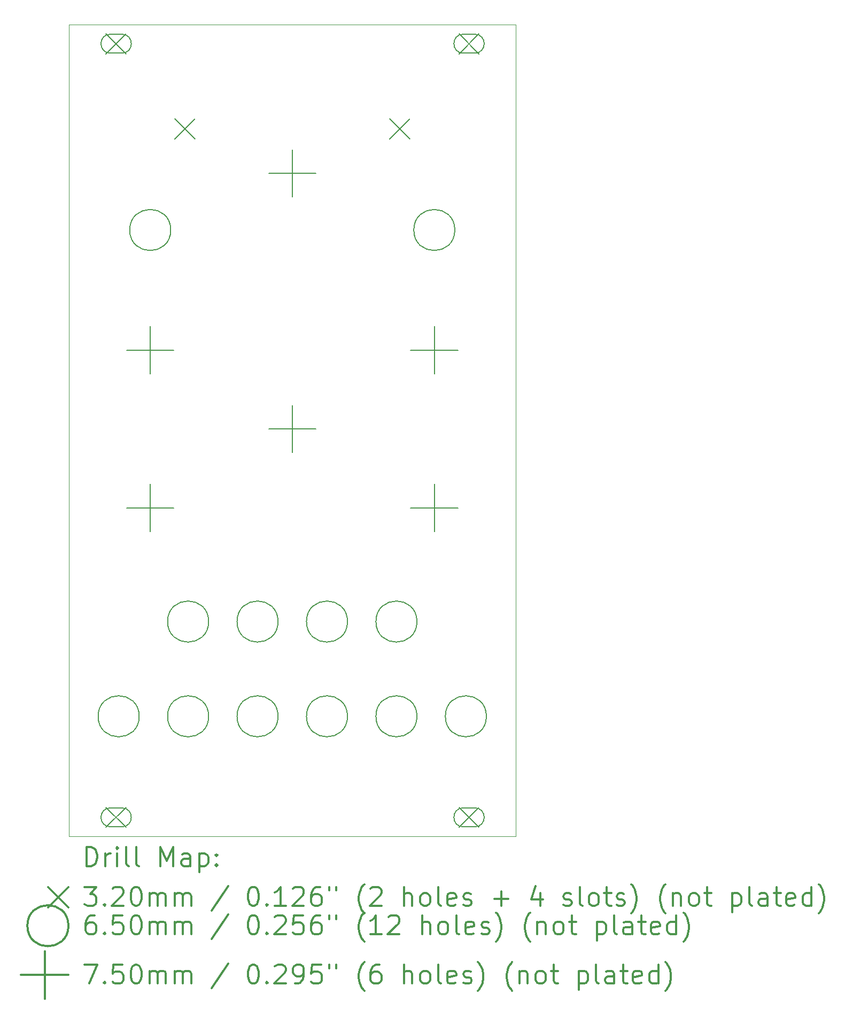
<source format=gbr>
%FSLAX45Y45*%
G04 Gerber Fmt 4.5, Leading zero omitted, Abs format (unit mm)*
G04 Created by KiCad (PCBNEW (5.0.0-rc2)) date Wed Jul  8 21:08:43 2020*
%MOMM*%
%LPD*%
G01*
G04 APERTURE LIST*
%ADD10C,0.120000*%
%ADD11C,0.200000*%
%ADD12C,0.300000*%
G04 APERTURE END LIST*
D10*
X0Y12850000D02*
X0Y0D01*
X7080000Y12850000D02*
X0Y12850000D01*
X7080000Y0D02*
X7080000Y12850000D01*
X0Y0D02*
X7080000Y0D01*
D11*
X590000Y12710000D02*
X910000Y12390000D01*
X910000Y12710000D02*
X590000Y12390000D01*
X660000Y12400000D02*
X840000Y12400000D01*
X660000Y12700000D02*
X840000Y12700000D01*
X840000Y12400000D02*
G75*
G03X840000Y12700000I0J150000D01*
G01*
X660000Y12700000D02*
G75*
G03X660000Y12400000I0J-150000D01*
G01*
X6180000Y460000D02*
X6500000Y140000D01*
X6500000Y460000D02*
X6180000Y140000D01*
X6250000Y150000D02*
X6430000Y150000D01*
X6250000Y450000D02*
X6430000Y450000D01*
X6430000Y150000D02*
G75*
G03X6430000Y450000I0J150000D01*
G01*
X6250000Y450000D02*
G75*
G03X6250000Y150000I0J-150000D01*
G01*
X5080000Y11360000D02*
X5400000Y11040000D01*
X5400000Y11360000D02*
X5080000Y11040000D01*
X590000Y460000D02*
X910000Y140000D01*
X910000Y460000D02*
X590000Y140000D01*
X660000Y150000D02*
X840000Y150000D01*
X660000Y450000D02*
X840000Y450000D01*
X840000Y150000D02*
G75*
G03X840000Y450000I0J150000D01*
G01*
X660000Y450000D02*
G75*
G03X660000Y150000I0J-150000D01*
G01*
X1680000Y11360000D02*
X2000000Y11040000D01*
X2000000Y11360000D02*
X1680000Y11040000D01*
X6180000Y12710000D02*
X6500000Y12390000D01*
X6500000Y12710000D02*
X6180000Y12390000D01*
X6250000Y12400000D02*
X6430000Y12400000D01*
X6250000Y12700000D02*
X6430000Y12700000D01*
X6430000Y12400000D02*
G75*
G03X6430000Y12700000I0J150000D01*
G01*
X6250000Y12700000D02*
G75*
G03X6250000Y12400000I0J-150000D01*
G01*
X1615000Y9600000D02*
G75*
G03X1615000Y9600000I-325000J0D01*
G01*
X5515000Y3400000D02*
G75*
G03X5515000Y3400000I-325000J0D01*
G01*
X3315000Y1900000D02*
G75*
G03X3315000Y1900000I-325000J0D01*
G01*
X3315000Y3400000D02*
G75*
G03X3315000Y3400000I-325000J0D01*
G01*
X2215000Y3400000D02*
G75*
G03X2215000Y3400000I-325000J0D01*
G01*
X6115000Y9600000D02*
G75*
G03X6115000Y9600000I-325000J0D01*
G01*
X1115000Y1900000D02*
G75*
G03X1115000Y1900000I-325000J0D01*
G01*
X2215000Y1900000D02*
G75*
G03X2215000Y1900000I-325000J0D01*
G01*
X4415000Y3400000D02*
G75*
G03X4415000Y3400000I-325000J0D01*
G01*
X6615000Y1900000D02*
G75*
G03X6615000Y1900000I-325000J0D01*
G01*
X4415000Y1900000D02*
G75*
G03X4415000Y1900000I-325000J0D01*
G01*
X5515000Y1900000D02*
G75*
G03X5515000Y1900000I-325000J0D01*
G01*
X5790000Y5575000D02*
X5790000Y4825000D01*
X5415000Y5200000D02*
X6165000Y5200000D01*
X1290000Y8075000D02*
X1290000Y7325000D01*
X915000Y7700000D02*
X1665000Y7700000D01*
X5790000Y8075000D02*
X5790000Y7325000D01*
X5415000Y7700000D02*
X6165000Y7700000D01*
X1290000Y5575000D02*
X1290000Y4825000D01*
X915000Y5200000D02*
X1665000Y5200000D01*
X3540000Y10875000D02*
X3540000Y10125000D01*
X3165000Y10500000D02*
X3915000Y10500000D01*
X3540000Y6825000D02*
X3540000Y6075000D01*
X3165000Y6450000D02*
X3915000Y6450000D01*
D12*
X280428Y-471714D02*
X280428Y-171714D01*
X351857Y-171714D01*
X394714Y-186000D01*
X423286Y-214571D01*
X437571Y-243143D01*
X451857Y-300286D01*
X451857Y-343143D01*
X437571Y-400286D01*
X423286Y-428857D01*
X394714Y-457429D01*
X351857Y-471714D01*
X280428Y-471714D01*
X580428Y-471714D02*
X580428Y-271714D01*
X580428Y-328857D02*
X594714Y-300286D01*
X609000Y-286000D01*
X637571Y-271714D01*
X666143Y-271714D01*
X766143Y-471714D02*
X766143Y-271714D01*
X766143Y-171714D02*
X751857Y-186000D01*
X766143Y-200286D01*
X780428Y-186000D01*
X766143Y-171714D01*
X766143Y-200286D01*
X951857Y-471714D02*
X923286Y-457429D01*
X909000Y-428857D01*
X909000Y-171714D01*
X1109000Y-471714D02*
X1080428Y-457429D01*
X1066143Y-428857D01*
X1066143Y-171714D01*
X1451857Y-471714D02*
X1451857Y-171714D01*
X1551857Y-386000D01*
X1651857Y-171714D01*
X1651857Y-471714D01*
X1923286Y-471714D02*
X1923286Y-314572D01*
X1909000Y-286000D01*
X1880428Y-271714D01*
X1823286Y-271714D01*
X1794714Y-286000D01*
X1923286Y-457429D02*
X1894714Y-471714D01*
X1823286Y-471714D01*
X1794714Y-457429D01*
X1780428Y-428857D01*
X1780428Y-400286D01*
X1794714Y-371714D01*
X1823286Y-357429D01*
X1894714Y-357429D01*
X1923286Y-343143D01*
X2066143Y-271714D02*
X2066143Y-571714D01*
X2066143Y-286000D02*
X2094714Y-271714D01*
X2151857Y-271714D01*
X2180428Y-286000D01*
X2194714Y-300286D01*
X2209000Y-328857D01*
X2209000Y-414571D01*
X2194714Y-443143D01*
X2180428Y-457429D01*
X2151857Y-471714D01*
X2094714Y-471714D01*
X2066143Y-457429D01*
X2337571Y-443143D02*
X2351857Y-457429D01*
X2337571Y-471714D01*
X2323286Y-457429D01*
X2337571Y-443143D01*
X2337571Y-471714D01*
X2337571Y-286000D02*
X2351857Y-300286D01*
X2337571Y-314572D01*
X2323286Y-300286D01*
X2337571Y-286000D01*
X2337571Y-314572D01*
X-326000Y-806000D02*
X-6000Y-1126000D01*
X-6000Y-806000D02*
X-326000Y-1126000D01*
X251857Y-801714D02*
X437571Y-801714D01*
X337571Y-916000D01*
X380428Y-916000D01*
X409000Y-930286D01*
X423286Y-944571D01*
X437571Y-973143D01*
X437571Y-1044571D01*
X423286Y-1073143D01*
X409000Y-1087429D01*
X380428Y-1101714D01*
X294714Y-1101714D01*
X266143Y-1087429D01*
X251857Y-1073143D01*
X566143Y-1073143D02*
X580428Y-1087429D01*
X566143Y-1101714D01*
X551857Y-1087429D01*
X566143Y-1073143D01*
X566143Y-1101714D01*
X694714Y-830286D02*
X709000Y-816000D01*
X737571Y-801714D01*
X809000Y-801714D01*
X837571Y-816000D01*
X851857Y-830286D01*
X866143Y-858857D01*
X866143Y-887429D01*
X851857Y-930286D01*
X680428Y-1101714D01*
X866143Y-1101714D01*
X1051857Y-801714D02*
X1080428Y-801714D01*
X1109000Y-816000D01*
X1123286Y-830286D01*
X1137571Y-858857D01*
X1151857Y-916000D01*
X1151857Y-987429D01*
X1137571Y-1044571D01*
X1123286Y-1073143D01*
X1109000Y-1087429D01*
X1080428Y-1101714D01*
X1051857Y-1101714D01*
X1023286Y-1087429D01*
X1009000Y-1073143D01*
X994714Y-1044571D01*
X980428Y-987429D01*
X980428Y-916000D01*
X994714Y-858857D01*
X1009000Y-830286D01*
X1023286Y-816000D01*
X1051857Y-801714D01*
X1280428Y-1101714D02*
X1280428Y-901714D01*
X1280428Y-930286D02*
X1294714Y-916000D01*
X1323286Y-901714D01*
X1366143Y-901714D01*
X1394714Y-916000D01*
X1409000Y-944571D01*
X1409000Y-1101714D01*
X1409000Y-944571D02*
X1423286Y-916000D01*
X1451857Y-901714D01*
X1494714Y-901714D01*
X1523286Y-916000D01*
X1537571Y-944571D01*
X1537571Y-1101714D01*
X1680428Y-1101714D02*
X1680428Y-901714D01*
X1680428Y-930286D02*
X1694714Y-916000D01*
X1723286Y-901714D01*
X1766143Y-901714D01*
X1794714Y-916000D01*
X1809000Y-944571D01*
X1809000Y-1101714D01*
X1809000Y-944571D02*
X1823286Y-916000D01*
X1851857Y-901714D01*
X1894714Y-901714D01*
X1923286Y-916000D01*
X1937571Y-944571D01*
X1937571Y-1101714D01*
X2523286Y-787429D02*
X2266143Y-1173143D01*
X2909000Y-801714D02*
X2937571Y-801714D01*
X2966143Y-816000D01*
X2980428Y-830286D01*
X2994714Y-858857D01*
X3009000Y-916000D01*
X3009000Y-987429D01*
X2994714Y-1044571D01*
X2980428Y-1073143D01*
X2966143Y-1087429D01*
X2937571Y-1101714D01*
X2909000Y-1101714D01*
X2880428Y-1087429D01*
X2866143Y-1073143D01*
X2851857Y-1044571D01*
X2837571Y-987429D01*
X2837571Y-916000D01*
X2851857Y-858857D01*
X2866143Y-830286D01*
X2880428Y-816000D01*
X2909000Y-801714D01*
X3137571Y-1073143D02*
X3151857Y-1087429D01*
X3137571Y-1101714D01*
X3123286Y-1087429D01*
X3137571Y-1073143D01*
X3137571Y-1101714D01*
X3437571Y-1101714D02*
X3266143Y-1101714D01*
X3351857Y-1101714D02*
X3351857Y-801714D01*
X3323286Y-844571D01*
X3294714Y-873143D01*
X3266143Y-887429D01*
X3551857Y-830286D02*
X3566143Y-816000D01*
X3594714Y-801714D01*
X3666143Y-801714D01*
X3694714Y-816000D01*
X3709000Y-830286D01*
X3723286Y-858857D01*
X3723286Y-887429D01*
X3709000Y-930286D01*
X3537571Y-1101714D01*
X3723286Y-1101714D01*
X3980428Y-801714D02*
X3923286Y-801714D01*
X3894714Y-816000D01*
X3880428Y-830286D01*
X3851857Y-873143D01*
X3837571Y-930286D01*
X3837571Y-1044571D01*
X3851857Y-1073143D01*
X3866143Y-1087429D01*
X3894714Y-1101714D01*
X3951857Y-1101714D01*
X3980428Y-1087429D01*
X3994714Y-1073143D01*
X4009000Y-1044571D01*
X4009000Y-973143D01*
X3994714Y-944571D01*
X3980428Y-930286D01*
X3951857Y-916000D01*
X3894714Y-916000D01*
X3866143Y-930286D01*
X3851857Y-944571D01*
X3837571Y-973143D01*
X4123286Y-801714D02*
X4123286Y-858857D01*
X4237571Y-801714D02*
X4237571Y-858857D01*
X4680428Y-1216000D02*
X4666143Y-1201714D01*
X4637571Y-1158857D01*
X4623286Y-1130286D01*
X4609000Y-1087429D01*
X4594714Y-1016000D01*
X4594714Y-958857D01*
X4609000Y-887429D01*
X4623286Y-844571D01*
X4637571Y-816000D01*
X4666143Y-773143D01*
X4680428Y-758857D01*
X4780428Y-830286D02*
X4794714Y-816000D01*
X4823286Y-801714D01*
X4894714Y-801714D01*
X4923286Y-816000D01*
X4937571Y-830286D01*
X4951857Y-858857D01*
X4951857Y-887429D01*
X4937571Y-930286D01*
X4766143Y-1101714D01*
X4951857Y-1101714D01*
X5309000Y-1101714D02*
X5309000Y-801714D01*
X5437571Y-1101714D02*
X5437571Y-944571D01*
X5423286Y-916000D01*
X5394714Y-901714D01*
X5351857Y-901714D01*
X5323286Y-916000D01*
X5309000Y-930286D01*
X5623286Y-1101714D02*
X5594714Y-1087429D01*
X5580428Y-1073143D01*
X5566143Y-1044571D01*
X5566143Y-958857D01*
X5580428Y-930286D01*
X5594714Y-916000D01*
X5623286Y-901714D01*
X5666143Y-901714D01*
X5694714Y-916000D01*
X5709000Y-930286D01*
X5723286Y-958857D01*
X5723286Y-1044571D01*
X5709000Y-1073143D01*
X5694714Y-1087429D01*
X5666143Y-1101714D01*
X5623286Y-1101714D01*
X5894714Y-1101714D02*
X5866143Y-1087429D01*
X5851857Y-1058857D01*
X5851857Y-801714D01*
X6123286Y-1087429D02*
X6094714Y-1101714D01*
X6037571Y-1101714D01*
X6009000Y-1087429D01*
X5994714Y-1058857D01*
X5994714Y-944571D01*
X6009000Y-916000D01*
X6037571Y-901714D01*
X6094714Y-901714D01*
X6123286Y-916000D01*
X6137571Y-944571D01*
X6137571Y-973143D01*
X5994714Y-1001714D01*
X6251857Y-1087429D02*
X6280428Y-1101714D01*
X6337571Y-1101714D01*
X6366143Y-1087429D01*
X6380428Y-1058857D01*
X6380428Y-1044571D01*
X6366143Y-1016000D01*
X6337571Y-1001714D01*
X6294714Y-1001714D01*
X6266143Y-987429D01*
X6251857Y-958857D01*
X6251857Y-944571D01*
X6266143Y-916000D01*
X6294714Y-901714D01*
X6337571Y-901714D01*
X6366143Y-916000D01*
X6737571Y-987429D02*
X6966143Y-987429D01*
X6851857Y-1101714D02*
X6851857Y-873143D01*
X7466143Y-901714D02*
X7466143Y-1101714D01*
X7394714Y-787429D02*
X7323286Y-1001714D01*
X7509000Y-1001714D01*
X7837571Y-1087429D02*
X7866143Y-1101714D01*
X7923286Y-1101714D01*
X7951857Y-1087429D01*
X7966143Y-1058857D01*
X7966143Y-1044571D01*
X7951857Y-1016000D01*
X7923286Y-1001714D01*
X7880428Y-1001714D01*
X7851857Y-987429D01*
X7837571Y-958857D01*
X7837571Y-944571D01*
X7851857Y-916000D01*
X7880428Y-901714D01*
X7923286Y-901714D01*
X7951857Y-916000D01*
X8137571Y-1101714D02*
X8109000Y-1087429D01*
X8094714Y-1058857D01*
X8094714Y-801714D01*
X8294714Y-1101714D02*
X8266143Y-1087429D01*
X8251857Y-1073143D01*
X8237571Y-1044571D01*
X8237571Y-958857D01*
X8251857Y-930286D01*
X8266143Y-916000D01*
X8294714Y-901714D01*
X8337571Y-901714D01*
X8366143Y-916000D01*
X8380428Y-930286D01*
X8394714Y-958857D01*
X8394714Y-1044571D01*
X8380428Y-1073143D01*
X8366143Y-1087429D01*
X8337571Y-1101714D01*
X8294714Y-1101714D01*
X8480428Y-901714D02*
X8594714Y-901714D01*
X8523286Y-801714D02*
X8523286Y-1058857D01*
X8537571Y-1087429D01*
X8566143Y-1101714D01*
X8594714Y-1101714D01*
X8680428Y-1087429D02*
X8709000Y-1101714D01*
X8766143Y-1101714D01*
X8794714Y-1087429D01*
X8809000Y-1058857D01*
X8809000Y-1044571D01*
X8794714Y-1016000D01*
X8766143Y-1001714D01*
X8723286Y-1001714D01*
X8694714Y-987429D01*
X8680428Y-958857D01*
X8680428Y-944571D01*
X8694714Y-916000D01*
X8723286Y-901714D01*
X8766143Y-901714D01*
X8794714Y-916000D01*
X8909000Y-1216000D02*
X8923286Y-1201714D01*
X8951857Y-1158857D01*
X8966143Y-1130286D01*
X8980428Y-1087429D01*
X8994714Y-1016000D01*
X8994714Y-958857D01*
X8980428Y-887429D01*
X8966143Y-844571D01*
X8951857Y-816000D01*
X8923286Y-773143D01*
X8909000Y-758857D01*
X9451857Y-1216000D02*
X9437571Y-1201714D01*
X9409000Y-1158857D01*
X9394714Y-1130286D01*
X9380428Y-1087429D01*
X9366143Y-1016000D01*
X9366143Y-958857D01*
X9380428Y-887429D01*
X9394714Y-844571D01*
X9409000Y-816000D01*
X9437571Y-773143D01*
X9451857Y-758857D01*
X9566143Y-901714D02*
X9566143Y-1101714D01*
X9566143Y-930286D02*
X9580428Y-916000D01*
X9609000Y-901714D01*
X9651857Y-901714D01*
X9680428Y-916000D01*
X9694714Y-944571D01*
X9694714Y-1101714D01*
X9880428Y-1101714D02*
X9851857Y-1087429D01*
X9837571Y-1073143D01*
X9823286Y-1044571D01*
X9823286Y-958857D01*
X9837571Y-930286D01*
X9851857Y-916000D01*
X9880428Y-901714D01*
X9923286Y-901714D01*
X9951857Y-916000D01*
X9966143Y-930286D01*
X9980428Y-958857D01*
X9980428Y-1044571D01*
X9966143Y-1073143D01*
X9951857Y-1087429D01*
X9923286Y-1101714D01*
X9880428Y-1101714D01*
X10066143Y-901714D02*
X10180428Y-901714D01*
X10109000Y-801714D02*
X10109000Y-1058857D01*
X10123286Y-1087429D01*
X10151857Y-1101714D01*
X10180428Y-1101714D01*
X10509000Y-901714D02*
X10509000Y-1201714D01*
X10509000Y-916000D02*
X10537571Y-901714D01*
X10594714Y-901714D01*
X10623286Y-916000D01*
X10637571Y-930286D01*
X10651857Y-958857D01*
X10651857Y-1044571D01*
X10637571Y-1073143D01*
X10623286Y-1087429D01*
X10594714Y-1101714D01*
X10537571Y-1101714D01*
X10509000Y-1087429D01*
X10823286Y-1101714D02*
X10794714Y-1087429D01*
X10780428Y-1058857D01*
X10780428Y-801714D01*
X11066143Y-1101714D02*
X11066143Y-944571D01*
X11051857Y-916000D01*
X11023286Y-901714D01*
X10966143Y-901714D01*
X10937571Y-916000D01*
X11066143Y-1087429D02*
X11037571Y-1101714D01*
X10966143Y-1101714D01*
X10937571Y-1087429D01*
X10923286Y-1058857D01*
X10923286Y-1030286D01*
X10937571Y-1001714D01*
X10966143Y-987429D01*
X11037571Y-987429D01*
X11066143Y-973143D01*
X11166143Y-901714D02*
X11280428Y-901714D01*
X11209000Y-801714D02*
X11209000Y-1058857D01*
X11223286Y-1087429D01*
X11251857Y-1101714D01*
X11280428Y-1101714D01*
X11494714Y-1087429D02*
X11466143Y-1101714D01*
X11409000Y-1101714D01*
X11380428Y-1087429D01*
X11366143Y-1058857D01*
X11366143Y-944571D01*
X11380428Y-916000D01*
X11409000Y-901714D01*
X11466143Y-901714D01*
X11494714Y-916000D01*
X11509000Y-944571D01*
X11509000Y-973143D01*
X11366143Y-1001714D01*
X11766143Y-1101714D02*
X11766143Y-801714D01*
X11766143Y-1087429D02*
X11737571Y-1101714D01*
X11680428Y-1101714D01*
X11651857Y-1087429D01*
X11637571Y-1073143D01*
X11623286Y-1044571D01*
X11623286Y-958857D01*
X11637571Y-930286D01*
X11651857Y-916000D01*
X11680428Y-901714D01*
X11737571Y-901714D01*
X11766143Y-916000D01*
X11880428Y-1216000D02*
X11894714Y-1201714D01*
X11923286Y-1158857D01*
X11937571Y-1130286D01*
X11951857Y-1087429D01*
X11966143Y-1016000D01*
X11966143Y-958857D01*
X11951857Y-887429D01*
X11937571Y-844571D01*
X11923286Y-816000D01*
X11894714Y-773143D01*
X11880428Y-758857D01*
X-6000Y-1416000D02*
G75*
G03X-6000Y-1416000I-325000J0D01*
G01*
X409000Y-1251714D02*
X351857Y-1251714D01*
X323286Y-1266000D01*
X309000Y-1280286D01*
X280428Y-1323143D01*
X266143Y-1380286D01*
X266143Y-1494571D01*
X280428Y-1523143D01*
X294714Y-1537429D01*
X323286Y-1551714D01*
X380428Y-1551714D01*
X409000Y-1537429D01*
X423286Y-1523143D01*
X437571Y-1494571D01*
X437571Y-1423143D01*
X423286Y-1394572D01*
X409000Y-1380286D01*
X380428Y-1366000D01*
X323286Y-1366000D01*
X294714Y-1380286D01*
X280428Y-1394572D01*
X266143Y-1423143D01*
X566143Y-1523143D02*
X580428Y-1537429D01*
X566143Y-1551714D01*
X551857Y-1537429D01*
X566143Y-1523143D01*
X566143Y-1551714D01*
X851857Y-1251714D02*
X709000Y-1251714D01*
X694714Y-1394572D01*
X709000Y-1380286D01*
X737571Y-1366000D01*
X809000Y-1366000D01*
X837571Y-1380286D01*
X851857Y-1394572D01*
X866143Y-1423143D01*
X866143Y-1494571D01*
X851857Y-1523143D01*
X837571Y-1537429D01*
X809000Y-1551714D01*
X737571Y-1551714D01*
X709000Y-1537429D01*
X694714Y-1523143D01*
X1051857Y-1251714D02*
X1080428Y-1251714D01*
X1109000Y-1266000D01*
X1123286Y-1280286D01*
X1137571Y-1308857D01*
X1151857Y-1366000D01*
X1151857Y-1437429D01*
X1137571Y-1494571D01*
X1123286Y-1523143D01*
X1109000Y-1537429D01*
X1080428Y-1551714D01*
X1051857Y-1551714D01*
X1023286Y-1537429D01*
X1009000Y-1523143D01*
X994714Y-1494571D01*
X980428Y-1437429D01*
X980428Y-1366000D01*
X994714Y-1308857D01*
X1009000Y-1280286D01*
X1023286Y-1266000D01*
X1051857Y-1251714D01*
X1280428Y-1551714D02*
X1280428Y-1351714D01*
X1280428Y-1380286D02*
X1294714Y-1366000D01*
X1323286Y-1351714D01*
X1366143Y-1351714D01*
X1394714Y-1366000D01*
X1409000Y-1394572D01*
X1409000Y-1551714D01*
X1409000Y-1394572D02*
X1423286Y-1366000D01*
X1451857Y-1351714D01*
X1494714Y-1351714D01*
X1523286Y-1366000D01*
X1537571Y-1394572D01*
X1537571Y-1551714D01*
X1680428Y-1551714D02*
X1680428Y-1351714D01*
X1680428Y-1380286D02*
X1694714Y-1366000D01*
X1723286Y-1351714D01*
X1766143Y-1351714D01*
X1794714Y-1366000D01*
X1809000Y-1394572D01*
X1809000Y-1551714D01*
X1809000Y-1394572D02*
X1823286Y-1366000D01*
X1851857Y-1351714D01*
X1894714Y-1351714D01*
X1923286Y-1366000D01*
X1937571Y-1394572D01*
X1937571Y-1551714D01*
X2523286Y-1237429D02*
X2266143Y-1623143D01*
X2909000Y-1251714D02*
X2937571Y-1251714D01*
X2966143Y-1266000D01*
X2980428Y-1280286D01*
X2994714Y-1308857D01*
X3009000Y-1366000D01*
X3009000Y-1437429D01*
X2994714Y-1494571D01*
X2980428Y-1523143D01*
X2966143Y-1537429D01*
X2937571Y-1551714D01*
X2909000Y-1551714D01*
X2880428Y-1537429D01*
X2866143Y-1523143D01*
X2851857Y-1494571D01*
X2837571Y-1437429D01*
X2837571Y-1366000D01*
X2851857Y-1308857D01*
X2866143Y-1280286D01*
X2880428Y-1266000D01*
X2909000Y-1251714D01*
X3137571Y-1523143D02*
X3151857Y-1537429D01*
X3137571Y-1551714D01*
X3123286Y-1537429D01*
X3137571Y-1523143D01*
X3137571Y-1551714D01*
X3266143Y-1280286D02*
X3280428Y-1266000D01*
X3309000Y-1251714D01*
X3380428Y-1251714D01*
X3409000Y-1266000D01*
X3423286Y-1280286D01*
X3437571Y-1308857D01*
X3437571Y-1337429D01*
X3423286Y-1380286D01*
X3251857Y-1551714D01*
X3437571Y-1551714D01*
X3709000Y-1251714D02*
X3566143Y-1251714D01*
X3551857Y-1394572D01*
X3566143Y-1380286D01*
X3594714Y-1366000D01*
X3666143Y-1366000D01*
X3694714Y-1380286D01*
X3709000Y-1394572D01*
X3723286Y-1423143D01*
X3723286Y-1494571D01*
X3709000Y-1523143D01*
X3694714Y-1537429D01*
X3666143Y-1551714D01*
X3594714Y-1551714D01*
X3566143Y-1537429D01*
X3551857Y-1523143D01*
X3980428Y-1251714D02*
X3923286Y-1251714D01*
X3894714Y-1266000D01*
X3880428Y-1280286D01*
X3851857Y-1323143D01*
X3837571Y-1380286D01*
X3837571Y-1494571D01*
X3851857Y-1523143D01*
X3866143Y-1537429D01*
X3894714Y-1551714D01*
X3951857Y-1551714D01*
X3980428Y-1537429D01*
X3994714Y-1523143D01*
X4009000Y-1494571D01*
X4009000Y-1423143D01*
X3994714Y-1394572D01*
X3980428Y-1380286D01*
X3951857Y-1366000D01*
X3894714Y-1366000D01*
X3866143Y-1380286D01*
X3851857Y-1394572D01*
X3837571Y-1423143D01*
X4123286Y-1251714D02*
X4123286Y-1308857D01*
X4237571Y-1251714D02*
X4237571Y-1308857D01*
X4680428Y-1666000D02*
X4666143Y-1651714D01*
X4637571Y-1608857D01*
X4623286Y-1580286D01*
X4609000Y-1537429D01*
X4594714Y-1466000D01*
X4594714Y-1408857D01*
X4609000Y-1337429D01*
X4623286Y-1294572D01*
X4637571Y-1266000D01*
X4666143Y-1223143D01*
X4680428Y-1208857D01*
X4951857Y-1551714D02*
X4780428Y-1551714D01*
X4866143Y-1551714D02*
X4866143Y-1251714D01*
X4837571Y-1294572D01*
X4809000Y-1323143D01*
X4780428Y-1337429D01*
X5066143Y-1280286D02*
X5080428Y-1266000D01*
X5109000Y-1251714D01*
X5180428Y-1251714D01*
X5209000Y-1266000D01*
X5223286Y-1280286D01*
X5237571Y-1308857D01*
X5237571Y-1337429D01*
X5223286Y-1380286D01*
X5051857Y-1551714D01*
X5237571Y-1551714D01*
X5594714Y-1551714D02*
X5594714Y-1251714D01*
X5723286Y-1551714D02*
X5723286Y-1394572D01*
X5709000Y-1366000D01*
X5680428Y-1351714D01*
X5637571Y-1351714D01*
X5609000Y-1366000D01*
X5594714Y-1380286D01*
X5909000Y-1551714D02*
X5880428Y-1537429D01*
X5866143Y-1523143D01*
X5851857Y-1494571D01*
X5851857Y-1408857D01*
X5866143Y-1380286D01*
X5880428Y-1366000D01*
X5909000Y-1351714D01*
X5951857Y-1351714D01*
X5980428Y-1366000D01*
X5994714Y-1380286D01*
X6009000Y-1408857D01*
X6009000Y-1494571D01*
X5994714Y-1523143D01*
X5980428Y-1537429D01*
X5951857Y-1551714D01*
X5909000Y-1551714D01*
X6180428Y-1551714D02*
X6151857Y-1537429D01*
X6137571Y-1508857D01*
X6137571Y-1251714D01*
X6409000Y-1537429D02*
X6380428Y-1551714D01*
X6323286Y-1551714D01*
X6294714Y-1537429D01*
X6280428Y-1508857D01*
X6280428Y-1394572D01*
X6294714Y-1366000D01*
X6323286Y-1351714D01*
X6380428Y-1351714D01*
X6409000Y-1366000D01*
X6423286Y-1394572D01*
X6423286Y-1423143D01*
X6280428Y-1451714D01*
X6537571Y-1537429D02*
X6566143Y-1551714D01*
X6623286Y-1551714D01*
X6651857Y-1537429D01*
X6666143Y-1508857D01*
X6666143Y-1494571D01*
X6651857Y-1466000D01*
X6623286Y-1451714D01*
X6580428Y-1451714D01*
X6551857Y-1437429D01*
X6537571Y-1408857D01*
X6537571Y-1394572D01*
X6551857Y-1366000D01*
X6580428Y-1351714D01*
X6623286Y-1351714D01*
X6651857Y-1366000D01*
X6766143Y-1666000D02*
X6780428Y-1651714D01*
X6809000Y-1608857D01*
X6823286Y-1580286D01*
X6837571Y-1537429D01*
X6851857Y-1466000D01*
X6851857Y-1408857D01*
X6837571Y-1337429D01*
X6823286Y-1294572D01*
X6809000Y-1266000D01*
X6780428Y-1223143D01*
X6766143Y-1208857D01*
X7309000Y-1666000D02*
X7294714Y-1651714D01*
X7266143Y-1608857D01*
X7251857Y-1580286D01*
X7237571Y-1537429D01*
X7223286Y-1466000D01*
X7223286Y-1408857D01*
X7237571Y-1337429D01*
X7251857Y-1294572D01*
X7266143Y-1266000D01*
X7294714Y-1223143D01*
X7309000Y-1208857D01*
X7423286Y-1351714D02*
X7423286Y-1551714D01*
X7423286Y-1380286D02*
X7437571Y-1366000D01*
X7466143Y-1351714D01*
X7509000Y-1351714D01*
X7537571Y-1366000D01*
X7551857Y-1394572D01*
X7551857Y-1551714D01*
X7737571Y-1551714D02*
X7709000Y-1537429D01*
X7694714Y-1523143D01*
X7680428Y-1494571D01*
X7680428Y-1408857D01*
X7694714Y-1380286D01*
X7709000Y-1366000D01*
X7737571Y-1351714D01*
X7780428Y-1351714D01*
X7809000Y-1366000D01*
X7823286Y-1380286D01*
X7837571Y-1408857D01*
X7837571Y-1494571D01*
X7823286Y-1523143D01*
X7809000Y-1537429D01*
X7780428Y-1551714D01*
X7737571Y-1551714D01*
X7923286Y-1351714D02*
X8037571Y-1351714D01*
X7966143Y-1251714D02*
X7966143Y-1508857D01*
X7980428Y-1537429D01*
X8009000Y-1551714D01*
X8037571Y-1551714D01*
X8366143Y-1351714D02*
X8366143Y-1651714D01*
X8366143Y-1366000D02*
X8394714Y-1351714D01*
X8451857Y-1351714D01*
X8480428Y-1366000D01*
X8494714Y-1380286D01*
X8509000Y-1408857D01*
X8509000Y-1494571D01*
X8494714Y-1523143D01*
X8480428Y-1537429D01*
X8451857Y-1551714D01*
X8394714Y-1551714D01*
X8366143Y-1537429D01*
X8680428Y-1551714D02*
X8651857Y-1537429D01*
X8637571Y-1508857D01*
X8637571Y-1251714D01*
X8923286Y-1551714D02*
X8923286Y-1394572D01*
X8909000Y-1366000D01*
X8880428Y-1351714D01*
X8823286Y-1351714D01*
X8794714Y-1366000D01*
X8923286Y-1537429D02*
X8894714Y-1551714D01*
X8823286Y-1551714D01*
X8794714Y-1537429D01*
X8780428Y-1508857D01*
X8780428Y-1480286D01*
X8794714Y-1451714D01*
X8823286Y-1437429D01*
X8894714Y-1437429D01*
X8923286Y-1423143D01*
X9023286Y-1351714D02*
X9137571Y-1351714D01*
X9066143Y-1251714D02*
X9066143Y-1508857D01*
X9080428Y-1537429D01*
X9109000Y-1551714D01*
X9137571Y-1551714D01*
X9351857Y-1537429D02*
X9323286Y-1551714D01*
X9266143Y-1551714D01*
X9237571Y-1537429D01*
X9223286Y-1508857D01*
X9223286Y-1394572D01*
X9237571Y-1366000D01*
X9266143Y-1351714D01*
X9323286Y-1351714D01*
X9351857Y-1366000D01*
X9366143Y-1394572D01*
X9366143Y-1423143D01*
X9223286Y-1451714D01*
X9623286Y-1551714D02*
X9623286Y-1251714D01*
X9623286Y-1537429D02*
X9594714Y-1551714D01*
X9537571Y-1551714D01*
X9509000Y-1537429D01*
X9494714Y-1523143D01*
X9480428Y-1494571D01*
X9480428Y-1408857D01*
X9494714Y-1380286D01*
X9509000Y-1366000D01*
X9537571Y-1351714D01*
X9594714Y-1351714D01*
X9623286Y-1366000D01*
X9737571Y-1666000D02*
X9751857Y-1651714D01*
X9780428Y-1608857D01*
X9794714Y-1580286D01*
X9809000Y-1537429D01*
X9823286Y-1466000D01*
X9823286Y-1408857D01*
X9809000Y-1337429D01*
X9794714Y-1294572D01*
X9780428Y-1266000D01*
X9751857Y-1223143D01*
X9737571Y-1208857D01*
X-381000Y-1821000D02*
X-381000Y-2571000D01*
X-756000Y-2196000D02*
X-6000Y-2196000D01*
X251857Y-2031714D02*
X451857Y-2031714D01*
X323286Y-2331714D01*
X566143Y-2303143D02*
X580428Y-2317429D01*
X566143Y-2331714D01*
X551857Y-2317429D01*
X566143Y-2303143D01*
X566143Y-2331714D01*
X851857Y-2031714D02*
X709000Y-2031714D01*
X694714Y-2174572D01*
X709000Y-2160286D01*
X737571Y-2146000D01*
X809000Y-2146000D01*
X837571Y-2160286D01*
X851857Y-2174572D01*
X866143Y-2203143D01*
X866143Y-2274572D01*
X851857Y-2303143D01*
X837571Y-2317429D01*
X809000Y-2331714D01*
X737571Y-2331714D01*
X709000Y-2317429D01*
X694714Y-2303143D01*
X1051857Y-2031714D02*
X1080428Y-2031714D01*
X1109000Y-2046000D01*
X1123286Y-2060286D01*
X1137571Y-2088857D01*
X1151857Y-2146000D01*
X1151857Y-2217429D01*
X1137571Y-2274572D01*
X1123286Y-2303143D01*
X1109000Y-2317429D01*
X1080428Y-2331714D01*
X1051857Y-2331714D01*
X1023286Y-2317429D01*
X1009000Y-2303143D01*
X994714Y-2274572D01*
X980428Y-2217429D01*
X980428Y-2146000D01*
X994714Y-2088857D01*
X1009000Y-2060286D01*
X1023286Y-2046000D01*
X1051857Y-2031714D01*
X1280428Y-2331714D02*
X1280428Y-2131714D01*
X1280428Y-2160286D02*
X1294714Y-2146000D01*
X1323286Y-2131714D01*
X1366143Y-2131714D01*
X1394714Y-2146000D01*
X1409000Y-2174572D01*
X1409000Y-2331714D01*
X1409000Y-2174572D02*
X1423286Y-2146000D01*
X1451857Y-2131714D01*
X1494714Y-2131714D01*
X1523286Y-2146000D01*
X1537571Y-2174572D01*
X1537571Y-2331714D01*
X1680428Y-2331714D02*
X1680428Y-2131714D01*
X1680428Y-2160286D02*
X1694714Y-2146000D01*
X1723286Y-2131714D01*
X1766143Y-2131714D01*
X1794714Y-2146000D01*
X1809000Y-2174572D01*
X1809000Y-2331714D01*
X1809000Y-2174572D02*
X1823286Y-2146000D01*
X1851857Y-2131714D01*
X1894714Y-2131714D01*
X1923286Y-2146000D01*
X1937571Y-2174572D01*
X1937571Y-2331714D01*
X2523286Y-2017429D02*
X2266143Y-2403143D01*
X2909000Y-2031714D02*
X2937571Y-2031714D01*
X2966143Y-2046000D01*
X2980428Y-2060286D01*
X2994714Y-2088857D01*
X3009000Y-2146000D01*
X3009000Y-2217429D01*
X2994714Y-2274572D01*
X2980428Y-2303143D01*
X2966143Y-2317429D01*
X2937571Y-2331714D01*
X2909000Y-2331714D01*
X2880428Y-2317429D01*
X2866143Y-2303143D01*
X2851857Y-2274572D01*
X2837571Y-2217429D01*
X2837571Y-2146000D01*
X2851857Y-2088857D01*
X2866143Y-2060286D01*
X2880428Y-2046000D01*
X2909000Y-2031714D01*
X3137571Y-2303143D02*
X3151857Y-2317429D01*
X3137571Y-2331714D01*
X3123286Y-2317429D01*
X3137571Y-2303143D01*
X3137571Y-2331714D01*
X3266143Y-2060286D02*
X3280428Y-2046000D01*
X3309000Y-2031714D01*
X3380428Y-2031714D01*
X3409000Y-2046000D01*
X3423286Y-2060286D01*
X3437571Y-2088857D01*
X3437571Y-2117429D01*
X3423286Y-2160286D01*
X3251857Y-2331714D01*
X3437571Y-2331714D01*
X3580428Y-2331714D02*
X3637571Y-2331714D01*
X3666143Y-2317429D01*
X3680428Y-2303143D01*
X3709000Y-2260286D01*
X3723286Y-2203143D01*
X3723286Y-2088857D01*
X3709000Y-2060286D01*
X3694714Y-2046000D01*
X3666143Y-2031714D01*
X3609000Y-2031714D01*
X3580428Y-2046000D01*
X3566143Y-2060286D01*
X3551857Y-2088857D01*
X3551857Y-2160286D01*
X3566143Y-2188857D01*
X3580428Y-2203143D01*
X3609000Y-2217429D01*
X3666143Y-2217429D01*
X3694714Y-2203143D01*
X3709000Y-2188857D01*
X3723286Y-2160286D01*
X3994714Y-2031714D02*
X3851857Y-2031714D01*
X3837571Y-2174572D01*
X3851857Y-2160286D01*
X3880428Y-2146000D01*
X3951857Y-2146000D01*
X3980428Y-2160286D01*
X3994714Y-2174572D01*
X4009000Y-2203143D01*
X4009000Y-2274572D01*
X3994714Y-2303143D01*
X3980428Y-2317429D01*
X3951857Y-2331714D01*
X3880428Y-2331714D01*
X3851857Y-2317429D01*
X3837571Y-2303143D01*
X4123286Y-2031714D02*
X4123286Y-2088857D01*
X4237571Y-2031714D02*
X4237571Y-2088857D01*
X4680428Y-2446000D02*
X4666143Y-2431714D01*
X4637571Y-2388857D01*
X4623286Y-2360286D01*
X4609000Y-2317429D01*
X4594714Y-2246000D01*
X4594714Y-2188857D01*
X4609000Y-2117429D01*
X4623286Y-2074571D01*
X4637571Y-2046000D01*
X4666143Y-2003143D01*
X4680428Y-1988857D01*
X4923286Y-2031714D02*
X4866143Y-2031714D01*
X4837571Y-2046000D01*
X4823286Y-2060286D01*
X4794714Y-2103143D01*
X4780428Y-2160286D01*
X4780428Y-2274572D01*
X4794714Y-2303143D01*
X4809000Y-2317429D01*
X4837571Y-2331714D01*
X4894714Y-2331714D01*
X4923286Y-2317429D01*
X4937571Y-2303143D01*
X4951857Y-2274572D01*
X4951857Y-2203143D01*
X4937571Y-2174572D01*
X4923286Y-2160286D01*
X4894714Y-2146000D01*
X4837571Y-2146000D01*
X4809000Y-2160286D01*
X4794714Y-2174572D01*
X4780428Y-2203143D01*
X5309000Y-2331714D02*
X5309000Y-2031714D01*
X5437571Y-2331714D02*
X5437571Y-2174572D01*
X5423286Y-2146000D01*
X5394714Y-2131714D01*
X5351857Y-2131714D01*
X5323286Y-2146000D01*
X5309000Y-2160286D01*
X5623286Y-2331714D02*
X5594714Y-2317429D01*
X5580428Y-2303143D01*
X5566143Y-2274572D01*
X5566143Y-2188857D01*
X5580428Y-2160286D01*
X5594714Y-2146000D01*
X5623286Y-2131714D01*
X5666143Y-2131714D01*
X5694714Y-2146000D01*
X5709000Y-2160286D01*
X5723286Y-2188857D01*
X5723286Y-2274572D01*
X5709000Y-2303143D01*
X5694714Y-2317429D01*
X5666143Y-2331714D01*
X5623286Y-2331714D01*
X5894714Y-2331714D02*
X5866143Y-2317429D01*
X5851857Y-2288857D01*
X5851857Y-2031714D01*
X6123286Y-2317429D02*
X6094714Y-2331714D01*
X6037571Y-2331714D01*
X6009000Y-2317429D01*
X5994714Y-2288857D01*
X5994714Y-2174572D01*
X6009000Y-2146000D01*
X6037571Y-2131714D01*
X6094714Y-2131714D01*
X6123286Y-2146000D01*
X6137571Y-2174572D01*
X6137571Y-2203143D01*
X5994714Y-2231714D01*
X6251857Y-2317429D02*
X6280428Y-2331714D01*
X6337571Y-2331714D01*
X6366143Y-2317429D01*
X6380428Y-2288857D01*
X6380428Y-2274572D01*
X6366143Y-2246000D01*
X6337571Y-2231714D01*
X6294714Y-2231714D01*
X6266143Y-2217429D01*
X6251857Y-2188857D01*
X6251857Y-2174572D01*
X6266143Y-2146000D01*
X6294714Y-2131714D01*
X6337571Y-2131714D01*
X6366143Y-2146000D01*
X6480428Y-2446000D02*
X6494714Y-2431714D01*
X6523286Y-2388857D01*
X6537571Y-2360286D01*
X6551857Y-2317429D01*
X6566143Y-2246000D01*
X6566143Y-2188857D01*
X6551857Y-2117429D01*
X6537571Y-2074571D01*
X6523286Y-2046000D01*
X6494714Y-2003143D01*
X6480428Y-1988857D01*
X7023286Y-2446000D02*
X7009000Y-2431714D01*
X6980428Y-2388857D01*
X6966143Y-2360286D01*
X6951857Y-2317429D01*
X6937571Y-2246000D01*
X6937571Y-2188857D01*
X6951857Y-2117429D01*
X6966143Y-2074571D01*
X6980428Y-2046000D01*
X7009000Y-2003143D01*
X7023286Y-1988857D01*
X7137571Y-2131714D02*
X7137571Y-2331714D01*
X7137571Y-2160286D02*
X7151857Y-2146000D01*
X7180428Y-2131714D01*
X7223286Y-2131714D01*
X7251857Y-2146000D01*
X7266143Y-2174572D01*
X7266143Y-2331714D01*
X7451857Y-2331714D02*
X7423286Y-2317429D01*
X7409000Y-2303143D01*
X7394714Y-2274572D01*
X7394714Y-2188857D01*
X7409000Y-2160286D01*
X7423286Y-2146000D01*
X7451857Y-2131714D01*
X7494714Y-2131714D01*
X7523286Y-2146000D01*
X7537571Y-2160286D01*
X7551857Y-2188857D01*
X7551857Y-2274572D01*
X7537571Y-2303143D01*
X7523286Y-2317429D01*
X7494714Y-2331714D01*
X7451857Y-2331714D01*
X7637571Y-2131714D02*
X7751857Y-2131714D01*
X7680428Y-2031714D02*
X7680428Y-2288857D01*
X7694714Y-2317429D01*
X7723286Y-2331714D01*
X7751857Y-2331714D01*
X8080428Y-2131714D02*
X8080428Y-2431714D01*
X8080428Y-2146000D02*
X8109000Y-2131714D01*
X8166143Y-2131714D01*
X8194714Y-2146000D01*
X8209000Y-2160286D01*
X8223286Y-2188857D01*
X8223286Y-2274572D01*
X8209000Y-2303143D01*
X8194714Y-2317429D01*
X8166143Y-2331714D01*
X8109000Y-2331714D01*
X8080428Y-2317429D01*
X8394714Y-2331714D02*
X8366143Y-2317429D01*
X8351857Y-2288857D01*
X8351857Y-2031714D01*
X8637571Y-2331714D02*
X8637571Y-2174572D01*
X8623286Y-2146000D01*
X8594714Y-2131714D01*
X8537571Y-2131714D01*
X8509000Y-2146000D01*
X8637571Y-2317429D02*
X8609000Y-2331714D01*
X8537571Y-2331714D01*
X8509000Y-2317429D01*
X8494714Y-2288857D01*
X8494714Y-2260286D01*
X8509000Y-2231714D01*
X8537571Y-2217429D01*
X8609000Y-2217429D01*
X8637571Y-2203143D01*
X8737571Y-2131714D02*
X8851857Y-2131714D01*
X8780428Y-2031714D02*
X8780428Y-2288857D01*
X8794714Y-2317429D01*
X8823286Y-2331714D01*
X8851857Y-2331714D01*
X9066143Y-2317429D02*
X9037571Y-2331714D01*
X8980428Y-2331714D01*
X8951857Y-2317429D01*
X8937571Y-2288857D01*
X8937571Y-2174572D01*
X8951857Y-2146000D01*
X8980428Y-2131714D01*
X9037571Y-2131714D01*
X9066143Y-2146000D01*
X9080428Y-2174572D01*
X9080428Y-2203143D01*
X8937571Y-2231714D01*
X9337571Y-2331714D02*
X9337571Y-2031714D01*
X9337571Y-2317429D02*
X9309000Y-2331714D01*
X9251857Y-2331714D01*
X9223286Y-2317429D01*
X9209000Y-2303143D01*
X9194714Y-2274572D01*
X9194714Y-2188857D01*
X9209000Y-2160286D01*
X9223286Y-2146000D01*
X9251857Y-2131714D01*
X9309000Y-2131714D01*
X9337571Y-2146000D01*
X9451857Y-2446000D02*
X9466143Y-2431714D01*
X9494714Y-2388857D01*
X9509000Y-2360286D01*
X9523286Y-2317429D01*
X9537571Y-2246000D01*
X9537571Y-2188857D01*
X9523286Y-2117429D01*
X9509000Y-2074571D01*
X9494714Y-2046000D01*
X9466143Y-2003143D01*
X9451857Y-1988857D01*
M02*

</source>
